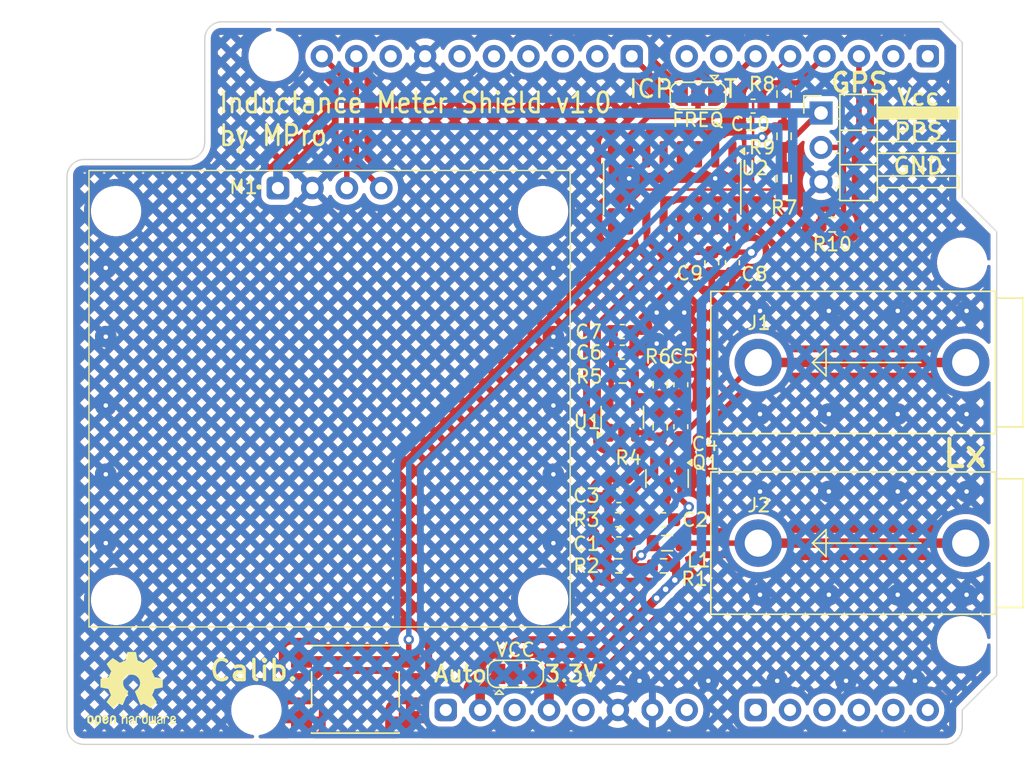
<source format=kicad_pcb>
(kicad_pcb (version 20241229) (generator "pcbnew") (generator_version "9.0")
  (title_block (title "Arduino Inductance Meter shield") (date "2025-04-17") (rev "1.0") (company "© 2025 MPro") (comment 1 "Designed by MPro") (comment 4 "Licensed under CERN-OHL-P v2 or any later version"))
  (layers (0 "F.Cu" signal) (2 "B.Cu" signal) (13 "F.Paste" user) (15 "B.Paste" user) (5 "F.SilkS" user "F.Silkscreen") (7 "B.SilkS" user "B.Silkscreen") (1 "F.Mask" user) (3 "B.Mask" user) (25 "Edge.Cuts" user))
  (net 0 "")
  (net 1 "GND")
  (net 8 "Net-(A1-D5)")
  (net 13 "SCL")
  (net 14 "CLRST")
  (net 15 "BTN")
  (net 21 "PPS")
  (net 22 "SDA")
  (net 25 "Net-(A1-D8)")
  (net 28 "Net-(J1-Pin_1)")
  (net 29 "Net-(U1-+)")
  (net 30 "Net-(U1--)")
  (net 31 "Net-(J2-Pin_1)")
  (net 32 "FREQ")
  (net 33 "Net-(R8-Pad2)")
  (net 34 "Net-(U2-CPC)")
  (net 43 "Net-(A1-3V3)")
  (net 44 "Net-(A1-IOREF)")
  (net 46 "VCC")
  (net 47 "Net-(Q1-B)")
  (net 48 "Net-(Q1-E)")
  (footprint "Package_TO_SOT_SMD:SOT-23-5" (layer "F.Cu") (at 111.764299 70.721299 90)
    (property "Reference" "U1" (at -0.347901 -2.595099 180) (layer "F.SilkS"))
    (property "Value" "LTC8741")
    (pad "1" smd roundrect (at -1.1375 -0.949999 90) (size 1.325 0.6) (layers "F.Cu" "F.Mask" "F.Paste") (net 34 "Net-(U2-CPC)"))
    (pad "2" smd roundrect (at -1.1375 0 90) (size 1.325 0.6) (layers "F.Cu" "F.Mask" "F.Paste") (net 1 "GND"))
    (pad "3" smd roundrect (at -1.1375 0.949999 90) (size 1.325 0.6) (layers "F.Cu" "F.Mask" "F.Paste") (net 29 "Net-(U1-+)"))
    (pad "4" smd roundrect (at 1.1375 0.949999 90) (size 1.325 0.6) (layers "F.Cu" "F.Mask" "F.Paste") (net 30 "Net-(U1--)"))
    (pad "5" smd roundrect (at 1.1375 -0.949999 90) (size 1.325 0.6) (layers "F.Cu" "F.Mask" "F.Paste") (net 46 "VCC"))
  )
  (footprint "footprints:Arduino_UNO_R3_WithMountingHoles_Profiled_no_SPI" (layer "F.Cu") (at 70.799286 44.067286)
    (property "Reference" "A1")
    (property "Value" "Arduino UNO R3 Shield")
    (fp_line (start 0 8.89) (end 0 49.53) (stroke (width 0.1)) (layer "Edge.Cuts"))
    (fp_line (start 1.27 50.8) (end 64.77 50.8) (stroke (width 0.1)) (layer "Edge.Cuts"))
    (fp_line (start 8.89 7.62) (end 1.27 7.62) (stroke (width 0.1)) (layer "Edge.Cuts"))
    (fp_line (start 10.16 -1.27) (end 10.16 3.81) (stroke (width 0.1)) (layer "Edge.Cuts"))
    (fp_line (start 10.16 3.81) (end 10.16 6.35) (stroke (width 0.1)) (layer "Edge.Cuts"))
    (fp_line (start 64.52 -2.54) (end 11.43 -2.54) (stroke (width 0.1)) (layer "Edge.Cuts"))
    (fp_line (start 66.04 -1.02) (end 64.52 -2.54) (stroke (width 0.1)) (layer "Edge.Cuts"))
    (fp_line (start 66.04 10.41) (end 66.04 -1.02) (stroke (width 0.1)) (layer "Edge.Cuts"))
    (fp_line (start 66.04 48.26) (end 68.58 45.72) (stroke (width 0.1)) (layer "Edge.Cuts"))
    (fp_line (start 66.04 49.53) (end 66.04 48.26) (stroke (width 0.1)) (layer "Edge.Cuts"))
    (fp_line (start 68.58 12.95) (end 66.04 10.41) (stroke (width 0.1)) (layer "Edge.Cuts"))
    (fp_line (start 68.58 45.72) (end 68.58 12.95) (stroke (width 0.1)) (layer "Edge.Cuts"))
    (fp_arc (start 0 8.89) (mid 0.371974 7.991974) (end 1.27 7.62) (stroke (width 0.1)) (layer "Edge.Cuts"))
    (fp_arc (start 1.27 50.8) (mid 0.371974 50.428026) (end 0 49.53) (stroke (width 0.1)) (layer "Edge.Cuts"))
    (fp_arc (start 10.16 -1.27) (mid 10.531974 -2.168026) (end 11.43 -2.54) (stroke (width 0.1)) (layer "Edge.Cuts"))
    (fp_arc (start 10.16 6.35) (mid 9.788026 7.248026) (end 8.89 7.62) (stroke (width 0.1)) (layer "Edge.Cuts"))
    (fp_arc (start 66.04 49.53) (mid 65.668026 50.428026) (end 64.77 50.8) (stroke (width 0.1)) (layer "Edge.Cuts"))
    (pad "" np_thru_hole circle (at 13.97 48.26 270) (size 3.2 3.2) (drill 3.2) (layers "*.Cu" "*.Mask"))
    (pad "" np_thru_hole circle (at 15.24 0 270) (size 3.2 3.2) (drill 3.2) (layers "*.Cu" "*.Mask"))
    (pad "" np_thru_hole circle (at 66.04 15.24 270) (size 3.2 3.2) (drill 3.2) (layers "*.Cu" "*.Mask"))
    (pad "" np_thru_hole circle (at 66.04 43.18 270) (size 3.2 3.2) (drill 3.2) (layers "*.Cu" "*.Mask"))
    (pad "1" thru_hole roundrect (at 27.94 48.26 270) (size 1.651 1.651) (drill 0.889) (layers "*.Cu" "*.Mask"))
    (pad "2" thru_hole circle (at 30.48 48.26 270) (size 1.651 1.651) (drill 0.889) (layers "*.Cu" "*.Mask") (net 44 "Net-(A1-IOREF)"))
    (pad "3" thru_hole circle (at 33.02 48.26 270) (size 1.651 1.651) (drill 0.889) (layers "*.Cu" "*.Mask"))
    (pad "4" thru_hole circle (at 35.56 48.26 270) (size 1.651 1.651) (drill 0.889) (layers "*.Cu" "*.Mask") (net 43 "Net-(A1-3V3)"))
    (pad "5" thru_hole circle (at 38.1 48.26 270) (size 1.651 1.651) (drill 0.889) (layers "*.Cu" "*.Mask"))
    (pad "6" thru_hole circle (at 40.64 48.26 270) (size 1.651 1.651) (drill 0.889) (layers "*.Cu" "*.Mask") (net 1 "GND"))
    (pad "7" thru_hole oval (at 43.18 48.26 270) (size 1.651 1.6) (drill 0.889) (layers "*.Cu" "*.Mask") (net 1 "GND"))
    (pad "8" thru_hole circle (at 45.72 48.26 270) (size 1.651 1.651) (drill 0.889) (layers "*.Cu" "*.Mask"))
    (pad "9" thru_hole roundrect (at 50.8 48.26 270) (size 1.651 1.651) (drill 0.889) (layers "*.Cu" "*.Mask"))
    (pad "10" thru_hole circle (at 53.34 48.26 270) (size 1.651 1.651) (drill 0.889) (layers "*.Cu" "*.Mask"))
    (pad "11" thru_hole circle (at 55.88 48.26 270) (size 1.651 1.651) (drill 0.889) (layers "*.Cu" "*.Mask"))
    (pad "12" thru_hole circle (at 58.42 48.26 270) (size 1.651 1.651) (drill 0.889) (layers "*.Cu" "*.Mask"))
    (pad "13" thru_hole circle (at 60.96 48.26 270) (size 1.651 1.651) (drill 0.889) (layers "*.Cu" "*.Mask"))
    (pad "14" thru_hole circle (at 63.5 48.26 270) (size 1.651 1.651) (drill 0.889) (layers "*.Cu" "*.Mask"))
    (pad "15" thru_hole roundrect (at 63.5 0 270) (size 1.651 1.651) (drill 0.889) (layers "*.Cu" "*.Mask"))
    (pad "16" thru_hole circle (at 60.96 0 270) (size 1.651 1.651) (drill 0.889) (layers "*.Cu" "*.Mask"))
    (pad "17" thru_hole circle (at 58.42 0 270) (size 1.651 1.651) (drill 0.889) (layers "*.Cu" "*.Mask") (net 21 "PPS"))
    (pad "18" thru_hole circle (at 55.88 0 270) (size 1.651 1.651) (drill 0.889) (layers "*.Cu" "*.Mask") (net 15 "BTN"))
    (pad "19" thru_hole circle (at 53.34 0 270) (size 1.651 1.651) (drill 0.889) (layers "*.Cu" "*.Mask") (net 14 "CLRST"))
    (pad "20" thru_hole circle (at 50.8 0 270) (size 1.651 1.651) (drill 0.889) (layers "*.Cu" "*.Mask") (net 8 "Net-(A1-D5)"))
    (pad "21" thru_hole circle (at 48.26 0 270) (size 1.651 1.651) (drill 0.889) (layers "*.Cu" "*.Mask"))
    (pad "22" thru_hole circle (at 45.72 0 270) (size 1.651 1.651) (drill 0.889) (layers "*.Cu" "*.Mask"))
    (pad "23" thru_hole roundrect (at 41.66 0 270) (size 1.651 1.651) (drill 0.889) (layers "*.Cu" "*.Mask") (net 25 "Net-(A1-D8)"))
    (pad "24" thru_hole circle (at 39.12 0 270) (size 1.651 1.651) (drill 0.889) (layers "*.Cu" "*.Mask"))
    (pad "25" thru_hole circle (at 36.58 0 270) (size 1.651 1.651) (drill 0.889) (layers "*.Cu" "*.Mask"))
    (pad "26" thru_hole circle (at 34.04 0 270) (size 1.651 1.651) (drill 0.889) (layers "*.Cu" "*.Mask"))
    (pad "27" thru_hole circle (at 31.5 0 270) (size 1.651 1.651) (drill 0.889) (layers "*.Cu" "*.Mask"))
    (pad "28" thru_hole circle (at 28.96 0 270) (size 1.651 1.651) (drill 0.889) (layers "*.Cu" "*.Mask"))
    (pad "29" thru_hole circle (at 26.42 0 270) (size 1.651 1.651) (drill 0.889) (layers "*.Cu" "*.Mask") (net 1 "GND"))
    (pad "30" thru_hole circle (at 23.88 0 270) (size 1.651 1.651) (drill 0.889) (layers "*.Cu" "*.Mask"))
    (pad "31" thru_hole circle (at 21.34 0 270) (size 1.651 1.651) (drill 0.889) (layers "*.Cu" "*.Mask") (net 22 "SDA"))
    (pad "32" thru_hole circle (at 18.8 0 270) (size 1.651 1.651) (drill 0.889) (layers "*.Cu" "*.Mask") (net 13 "SCL"))
  )
  (footprint "footprints:R_0603_1608Metric" (layer "F.Cu") (at 123.698 53.086 -90)
    (property "Reference" "R7" (at 2.159 0 180) (layer "F.SilkS"))
    (property "Value" "10k")
    (pad "1" smd roundrect (at -0.825 0 270) (size 0.8 0.95) (layers "F.Cu" "F.Mask" "F.Paste") (net 46 "VCC"))
    (pad "2" smd roundrect (at 0.825 0 270) (size 0.8 0.95) (layers "F.Cu" "F.Mask" "F.Paste") (net 14 "CLRST"))
  )
  (footprint "footprints:4mm_Banana_Socket_Deltron_571" (layer "F.Cu") (at 121.793 80.01)
    (property "Reference" "J2" (at 0.05 -2.794 0) (layer "F.SilkS"))
    (property "Value" "Lx" (hide yes))
    (pad "1" thru_hole circle (at 0 0) (size 3.5 3.5) (drill 2) (layers "*.Cu" "*.Mask") (net 31 "Net-(J2-Pin_1)"))
    (pad "1" thru_hole circle (at 15.3 0) (size 3.5 3.5) (drill 2) (layers "*.Cu" "*.Mask") (net 31 "Net-(J2-Pin_1)"))
  )
  (footprint "footprints:C_0603_1608Metric" (layer "F.Cu") (at 118.364001 59.309 -90)
    (property "Reference" "C9" (at 0.7874 1.625601 180) (layer "F.SilkS"))
    (property "Value" "100n")
    (pad "1" smd roundrect (at -0.775 0 270) (size 0.9 0.95) (layers "F.Cu" "F.Mask" "F.Paste") (net 46 "VCC"))
    (pad "2" smd roundrect (at 0.775 0 270) (size 0.9 0.95) (layers "F.Cu" "F.Mask" "F.Paste") (net 1 "GND"))
  )
  (footprint "footprints:C_0603_1608Metric" (layer "F.Cu") (at 111.76 64.389)
    (property "Reference" "C7" (at -2.4892 0.0254 0) (layer "F.SilkS"))
    (property "Value" "100n")
    (pad "1" smd roundrect (at -0.775 0) (size 0.9 0.95) (layers "F.Cu" "F.Mask" "F.Paste") (net 46 "VCC"))
    (pad "2" smd roundrect (at 0.775 0) (size 0.9 0.95) (layers "F.Cu" "F.Mask" "F.Paste") (net 1 "GND"))
  )
  (footprint "footprints:SolderJumper-3_P1.3mm_Open_RoundedPad1.0x1.5mm" (layer "F.Cu") (at 117.348 46.99 180)
    (property "Reference" "JP1")
    (property "Value" "FREQ" (at 0 -1.778 0) (layer "F.SilkS"))
    (pad "1" smd custom (at -1.3 0 180) (size 1 0.5) (layers "F.Cu" "F.Mask") (net 8 "Net-(A1-D5)") (options (clearance outline) (anchor rect)) (primitives (gr_circle (center 0 0.25) (end 0.5 0.25) (width 0) (fill yes)) (gr_circle (center 0 -0.25) (end 0.5 -0.25) (width 0) (fill yes)) (gr_poly (pts (xy 0.55 0.75) (xy 0 0.75) (xy 0 -0.75) (xy 0.55 -0.75)) (width 0) (fill yes))))
    (pad "2" smd rect (at 0 0 180) (size 1 1.5) (layers "F.Cu" "F.Mask") (net 32 "FREQ"))
    (pad "3" smd custom (at 1.3 0 180) (size 1 0.5) (layers "F.Cu" "F.Mask") (net 25 "Net-(A1-D8)") (options (clearance outline) (anchor rect)) (primitives (gr_circle (center 0 0.25) (end 0.5 0.25) (width 0) (fill yes)) (gr_circle (center 0 -0.25) (end 0.5 -0.25) (width 0) (fill yes)) (gr_poly (pts (xy 0 0.75) (xy -0.55 0.75) (xy -0.55 -0.75) (xy 0 -0.75)) (width 0) (fill yes))))
  )
  (footprint "footprints:C_0603_1608Metric" (layer "F.Cu") (at 111.5103 80.0608 180)
    (property "Reference" "C1" (at 2.3919 0 0) (layer "F.SilkS"))
    (property "Value" "100n")
    (pad "1" smd roundrect (at -0.775 0 180) (size 0.9 0.95) (layers "F.Cu" "F.Mask" "F.Paste") (net 47 "Net-(Q1-B)"))
    (pad "2" smd roundrect (at 0.775 0 180) (size 0.9 0.95) (layers "F.Cu" "F.Mask" "F.Paste") (net 1 "GND"))
  )
  (footprint "footprints:OSHW-Logo2_7.3x6mm_SilkScreen" (layer "F.Cu") (at 75.565 90.805)
    (property "Reference" "LOGO1")
    (property "Value" "Logo_Open_Hardware_Small")
  )
  (footprint "footprints:C_0603_1608Metric" (layer "F.Cu") (at 114.8123 78.2828 180)
    (property "Reference" "C2" (at -2.3325 0 0) (layer "F.SilkS"))
    (property "Value" "1n")
    (pad "1" smd roundrect (at -0.775 0 180) (size 0.9 0.95) (layers "F.Cu" "F.Mask" "F.Paste") (net 28 "Net-(J1-Pin_1)"))
    (pad "2" smd roundrect (at 0.775 0 180) (size 0.9 0.95) (layers "F.Cu" "F.Mask" "F.Paste") (net 48 "Net-(Q1-E)"))
  )
  (footprint "footprints:R_0603_1608Metric" (layer "F.Cu") (at 111.5103 78.2828 180)
    (property "Reference" "R3" (at 2.3919 0 0) (layer "F.SilkS"))
    (property "Value" "2k2")
    (pad "1" smd roundrect (at -0.825 0 180) (size 0.8 0.95) (layers "F.Cu" "F.Mask" "F.Paste") (net 48 "Net-(Q1-E)"))
    (pad "2" smd roundrect (at 0.825 0 180) (size 0.8 0.95) (layers "F.Cu" "F.Mask" "F.Paste") (net 1 "GND"))
  )
  (footprint "footprints:C_0603_1608Metric" (layer "F.Cu") (at 119.888 59.309 -90)
    (property "Reference" "C8" (at 0.8382 -1.6256 180) (layer "F.SilkS"))
    (property "Value" "10u")
    (pad "1" smd roundrect (at -0.775 0 270) (size 0.9 0.95) (layers "F.Cu" "F.Mask" "F.Paste") (net 46 "VCC"))
    (pad "2" smd roundrect (at 0.775 0 270) (size 0.9 0.95) (layers "F.Cu" "F.Mask" "F.Paste") (net 1 "GND"))
  )
  (footprint "footprints:C_0603_1608Metric" (layer "F.Cu") (at 111.5103 76.5048 180)
    (property "Reference" "C3" (at 2.3919 0 0) (layer "F.SilkS"))
    (property "Value" "1n")
    (pad "1" smd roundrect (at -0.775 0 180) (size 0.9 0.95) (layers "F.Cu" "F.Mask" "F.Paste") (net 48 "Net-(Q1-E)"))
    (pad "2" smd roundrect (at 0.775 0 180) (size 0.9 0.95) (layers "F.Cu" "F.Mask" "F.Paste") (net 1 "GND"))
  )
  (footprint "footprints:R_0603_1608Metric" (layer "F.Cu") (at 127.254 56.515 180)
    (property "Reference" "R10" (at 0 -1.43 0) (layer "F.SilkS"))
    (property "Value" "10k")
    (pad "1" smd roundrect (at -0.825 0 180) (size 0.8 0.95) (layers "F.Cu" "F.Mask" "F.Paste") (net 21 "PPS"))
    (pad "2" smd roundrect (at 0.825 0 180) (size 0.8 0.95) (layers "F.Cu" "F.Mask" "F.Paste") (net 1 "GND"))
  )
  (footprint "footprints:C_0603_1608Metric" (layer "F.Cu") (at 121.412 47.752 180)
    (property "Reference" "C10" (at 0.2032 -1.3208 0) (layer "F.SilkS"))
    (property "Value" "470n")
    (pad "1" smd roundrect (at -0.775 0 180) (size 0.9 0.95) (layers "F.Cu" "F.Mask" "F.Paste") (net 15 "BTN"))
    (pad "2" smd roundrect (at 0.775 0 180) (size 0.9 0.95) (layers "F.Cu" "F.Mask" "F.Paste") (net 1 "GND"))
  )
  (footprint "footprints:SolderJumper-3_P1.3mm_Bridged12_RoundedPad1.0x1.5mm" (layer "F.Cu") (at 103.886 89.662)
    (property "Reference" "JP2")
    (property "Value" "VCC" (at 0 -1.778 0) (layer "F.SilkS"))
    (fp_poly (pts (xy -0.9 -0.3) (xy -0.4 -0.3) (xy -0.4 0.3) (xy -0.9 0.3)) (fill yes) (layer "F.Cu"))
    (pad "1" smd custom (at -1.3 0) (size 1 0.5) (layers "F.Cu" "F.Mask") (net 44 "Net-(A1-IOREF)") (options (clearance outline) (anchor rect)) (primitives (gr_circle (center 0 0.25) (end 0.5 0.25) (width 0) (fill yes)) (gr_circle (center 0 -0.25) (end 0.5 -0.25) (width 0) (fill yes)) (gr_poly (pts (xy 0.55 0.75) (xy 0 0.75) (xy 0 -0.75) (xy 0.55 -0.75)) (width 0) (fill yes))))
    (pad "2" smd rect (at 0 0) (size 1 1.5) (layers "F.Cu" "F.Mask") (net 46 "VCC"))
    (pad "3" smd custom (at 1.3 0) (size 1 0.5) (layers "F.Cu" "F.Mask") (net 43 "Net-(A1-3V3)") (options (clearance outline) (anchor rect)) (primitives (gr_circle (center 0 0.25) (end 0.5 0.25) (width 0) (fill yes)) (gr_circle (center 0 -0.25) (end 0.5 -0.25) (width 0) (fill yes)) (gr_poly (pts (xy 0 0.75) (xy -0.55 0.75) (xy -0.55 -0.75) (xy 0 -0.75)) (width 0) (fill yes))))
  )
  (footprint "footprints:PinHeader_1x03_P2.54mm_Horizontal" (layer "F.Cu") (at 126.425 48.26)
    (property "Reference" "J3" (hide yes))
    (property "Value" "GPS" (at 2.8102 -2.2352 0) (layer "F.SilkS") (effects (font (size 1.4 1.4) (thickness 0.25) (bold yes))))
    (pad "1" thru_hole rect (at 0 0) (size 1.7 1.7) (drill 1) (layers "*.Cu" "*.Mask") (net 46 "VCC"))
    (pad "2" thru_hole circle (at 0 2.54) (size 1.7 1.7) (drill 1) (layers "*.Cu" "*.Mask") (net 21 "PPS"))
    (pad "3" thru_hole circle (at 0 5.08) (size 1.7 1.7) (drill 1) (layers "*.Cu" "*.Mask") (net 1 "GND"))
  )
  (footprint "footprints:L_0805_2012Metric" (layer "F.Cu") (at 115.0663 80.01 180)
    (property "Reference" "L1" (at -2.3325 -1.27 0) (layer "F.SilkS"))
    (property "Value" "1uH")
    (pad "1" smd roundrect (at -1.0625 0 180) (size 0.875 1.2) (layers "F.Cu" "F.Mask" "F.Paste") (net 31 "Net-(J2-Pin_1)"))
    (pad "2" smd roundrect (at 1.0625 0 180) (size 0.875 1.2) (layers "F.Cu" "F.Mask" "F.Paste") (net 46 "VCC"))
  )
  (footprint "footprints:R_0603_1608Metric" (layer "F.Cu") (at 114.8123 81.6864 180)
    (property "Reference" "R1" (at -2.2817 -0.9652 0) (layer "F.SilkS"))
    (property "Value" "10k")
    (pad "1" smd roundrect (at -0.825 0 180) (size 0.8 0.95) (layers "F.Cu" "F.Mask" "F.Paste") (net 46 "VCC"))
    (pad "2" smd roundrect (at 0.825 0 180) (size 0.8 0.95) (layers "F.Cu" "F.Mask" "F.Paste") (net 47 "Net-(Q1-B)"))
  )
  (footprint "footprints:R_0603_1608Metric" (layer "F.Cu") (at 114.558299 71.4126 90)
    (property "Reference" "R4" (at -2.2982 -2.341099 180) (layer "F.SilkS"))
    (property "Value" "100k")
    (pad "1" smd roundrect (at -0.825 0 90) (size 0.8 0.95) (layers "F.Cu" "F.Mask" "F.Paste") (net 29 "Net-(U1-+)"))
    (pad "2" smd roundrect (at 0.825 0 90) (size 0.8 0.95) (layers "F.Cu" "F.Mask" "F.Paste") (net 30 "Net-(U1--)"))
  )
  (footprint "footprints:SOIC-16_3.9x9.9mm_P1.27mm" (layer "F.Cu") (at 115.443 53.783 -90)
    (property "Reference" "U2" (at -1.459 -6.096 180) (layer "F.SilkS"))
    (property "Value" "74HC590")
    (pad "1" smd roundrect (at -2.475 -4.445 270) (size 1.95 0.6) (layers "F.Cu" "F.Mask" "F.Paste"))
    (pad "2" smd roundrect (at -2.475 -3.175 270) (size 1.95 0.6) (layers "F.Cu" "F.Mask" "F.Paste"))
    (pad "3" smd roundrect (at -2.475 -1.905 270) (size 1.95 0.6) (layers "F.Cu" "F.Mask" "F.Paste"))
    (pad "4" smd roundrect (at -2.475 -0.635 270) (size 1.95 0.6) (layers "F.Cu" "F.Mask" "F.Paste"))
    (pad "5" smd roundrect (at -2.475 0.635 270) (size 1.95 0.6) (layers "F.Cu" "F.Mask" "F.Paste"))
    (pad "6" smd roundrect (at -2.475 1.905 270) (size 1.95 0.6) (layers "F.Cu" "F.Mask" "F.Paste"))
    (pad "7" smd roundrect (at -2.475 3.175 270) (size 1.95 0.6) (layers "F.Cu" "F.Mask" "F.Paste") (net 32 "FREQ"))
    (pad "8" smd roundrect (at -2.475 4.445 270) (size 1.95 0.6) (layers "F.Cu" "F.Mask" "F.Paste") (net 1 "GND"))
    (pad "9" smd roundrect (at 2.475 4.445 270) (size 1.95 0.6) (layers "F.Cu" "F.Mask" "F.Paste"))
    (pad "10" smd roundrect (at 2.475 3.175 270) (size 1.95 0.6) (layers "F.Cu" "F.Mask" "F.Paste") (net 14 "CLRST"))
    (pad "11" smd roundrect (at 2.475 1.905 270) (size 1.95 0.6) (layers "F.Cu" "F.Mask" "F.Paste") (net 34 "Net-(U2-CPC)"))
    (pad "12" smd roundrect (at 2.475 0.635 270) (size 1.95 0.6) (layers "F.Cu" "F.Mask" "F.Paste") (net 1 "GND"))
    (pad "13" smd roundrect (at 2.475 -0.635 270) (size 1.95 0.6) (layers "F.Cu" "F.Mask" "F.Paste") (net 34 "Net-(U2-CPC)"))
    (pad "14" smd roundrect (at 2.475 -1.905 270) (size 1.95 0.6) (layers "F.Cu" "F.Mask" "F.Paste") (net 1 "GND"))
    (pad "15" smd roundrect (at 2.475 -3.175 270) (size 1.95 0.6) (layers "F.Cu" "F.Mask" "F.Paste"))
    (pad "16" smd roundrect (at 2.475 -4.445 270) (size 1.95 0.6) (layers "F.Cu" "F.Mask" "F.Paste") (net 46 "VCC"))
  )
  (footprint "footprints:LCD_OLED_128X64_1.3_I2C" (layer "F.Cu") (at 90.17 69.85)
    (property "Reference" "M1" (at -6.35 -16.129 0) (layer "F.SilkS"))
    (property "Value" "OLED 1.3\"")
    (pad "" np_thru_hole circle (at -15.75 -14.35) (size 3 3) (drill 3.2) (layers "*.Cu" "*.Mask"))
    (pad "" np_thru_hole circle (at -15.75 14.35) (size 3 3) (drill 3.2) (layers "*.Cu" "*.Mask"))
    (pad "" np_thru_hole circle (at 15.75 -14.35) (size 3 3) (drill 3.2) (layers "*.Cu" "*.Mask"))
    (pad "" np_thru_hole circle (at 15.75 14.35) (size 3 3) (drill 3.2) (layers "*.Cu" "*.Mask"))
    (pad "1" thru_hole roundrect (at -3.81 -16.05) (size 1.6764 1.6764) (drill 0.9) (layers "*.Cu" "*.Mask") (roundrect_rratio 0.2) (net 46 "VCC"))
    (pad "2" thru_hole circle (at -1.27 -16.05) (size 1.6764 1.6764) (drill 0.9) (layers "*.Cu" "*.Mask") (net 1 "GND"))
    (pad "3" thru_hole circle (at 1.27 -16.05) (size 1.6764 1.6764) (drill 0.9) (layers "*.Cu" "*.Mask") (net 13 "SCL"))
    (pad "4" thru_hole circle (at 3.81 -16.05) (size 1.6764 1.6764) (drill 0.9) (layers "*.Cu" "*.Mask") (net 22 "SDA"))
  )
  (footprint "footprints:SOT-23" (layer "F.Cu") (at 115.0663 75.2348 -90)
    (property "Reference" "Q1" (at -1.1684 -2.8405 180) (layer "F.SilkS"))
    (property "Value" "2SC3356")
    (pad "1" smd roundrect (at -0.9375 -0.95 270) (size 1.475 0.6) (layers "F.Cu" "F.Mask" "F.Paste") (net 47 "Net-(Q1-B)"))
    (pad "2" smd roundrect (at -0.9375 0.95 270) (size 1.475 0.6) (layers "F.Cu" "F.Mask" "F.Paste") (net 48 "Net-(Q1-E)"))
    (pad "3" smd roundrect (at 0.937501 0 270) (size 1.475 0.6) (layers "F.Cu" "F.Mask" "F.Paste") (net 28 "Net-(J1-Pin_1)"))
  )
  (footprint "footprints:R_0603_1608Metric" (layer "F.Cu") (at 111.5103 81.6864 180)
    (property "Reference" "R2" (at 2.3919 0 0) (layer "F.SilkS"))
    (property "Value" "10k")
    (pad "1" smd roundrect (at -0.825 0 180) (size 0.8 0.95) (layers "F.Cu" "F.Mask" "F.Paste") (net 47 "Net-(Q1-B)"))
    (pad "2" smd roundrect (at 0.825 0 180) (size 0.8 0.95) (layers "F.Cu" "F.Mask" "F.Paste") (net 1 "GND"))
  )
  (footprint "footprints:R_0603_1608Metric" (layer "F.Cu") (at 123.698 49.975 90)
    (property "Reference" "R9" (at -0.825 -1.6256 180) (layer "F.SilkS"))
    (property "Value" "10k")
    (pad "1" smd roundrect (at -0.825 0 90) (size 0.8 0.95) (layers "F.Cu" "F.Mask" "F.Paste") (net 46 "VCC"))
    (pad "2" smd roundrect (at 0.825 0 90) (size 0.8 0.95) (layers "F.Cu" "F.Mask" "F.Paste") (net 33 "Net-(R8-Pad2)"))
  )
  (footprint "footprints:SW_Push_1P1T_NO_6x6mm" (layer "F.Cu") (at 92.075 90.805)
    (property "Reference" "SW1")
    (property "Value" "Calib." (at -7.493 -1.397 0) (layer "F.SilkS") (effects (font (size 1.5 1.5) (thickness 0.25) (bold yes))))
    (pad "1" smd rect (at -3.975 -2.25) (size 1.55 1.3) (layers "F.Cu" "F.Mask" "F.Paste") (net 33 "Net-(R8-Pad2)"))
    (pad "1" smd rect (at 3.975 -2.25) (size 1.55 1.3) (layers "F.Cu" "F.Mask" "F.Paste") (net 33 "Net-(R8-Pad2)"))
    (pad "2" smd rect (at -3.975 2.25) (size 1.55 1.3) (layers "F.Cu" "F.Mask" "F.Paste") (net 1 "GND"))
    (pad "2" smd rect (at 3.975 2.25) (size 1.55 1.3) (layers "F.Cu" "F.Mask" "F.Paste") (net 1 "GND"))
  )
  (footprint "footprints:4mm_Banana_Socket_Deltron_571" (layer "F.Cu") (at 121.793 66.675)
    (property "Reference" "J1" (at 0.05 -2.921 0) (layer "F.SilkS"))
    (property "Value" "Lx" (at 15.24 6.731 0) (layer "F.SilkS") (effects (font (size 2 2) (thickness 0.3))))
    (pad "1" thru_hole circle (at 0 0) (size 3.5 3.5) (drill 2) (layers "*.Cu" "*.Mask") (net 28 "Net-(J1-Pin_1)"))
    (pad "1" thru_hole circle (at 15.3 0) (size 3.5 3.5) (drill 2) (layers "*.Cu" "*.Mask") (net 28 "Net-(J1-Pin_1)"))
  )
  (footprint "footprints:R_0603_1608Metric" (layer "F.Cu") (at 123.698 46.863 -90)
    (property "Reference" "R8" (at -0.7366 1.6256 180) (layer "F.SilkS"))
    (property "Value" "470")
    (pad "1" smd roundrect (at -0.825 0 270) (size 0.8 0.95) (layers "F.Cu" "F.Mask" "F.Paste") (net 15 "BTN"))
    (pad "2" smd roundrect (at 0.825 0 270) (size 0.8 0.95) (layers "F.Cu" "F.Mask" "F.Paste") (net 33 "Net-(R8-Pad2)"))
  )
  (footprint "footprints:R_0603_1608Metric" (layer "F.Cu") (at 111.764299 67.673299)
    (property "Reference" "R5" (at -2.442699 0.043101 0) (layer "F.SilkS"))
    (property "Value" "10k")
    (pad "1" smd roundrect (at -0.825 0) (size 0.8 0.95) (layers "F.Cu" "F.Mask" "F.Paste") (net 46 "VCC"))
    (pad "2" smd roundrect (at 0.825 0) (size 0.8 0.95) (layers "F.Cu" "F.Mask" "F.Paste") (net 30 "Net-(U1--)"))
  )
  (footprint "footprints:C_0603_1608Metric" (layer "F.Cu") (at 111.76 65.913)
    (property "Reference" "C6" (at -2.4384 0.0254 0) (layer "F.SilkS"))
    (property "Value" "10u")
    (pad "1" smd roundrect (at -0.775 0) (size 0.9 0.95) (layers "F.Cu" "F.Mask" "F.Paste") (net 46 "VCC"))
    (pad "2" smd roundrect (at 0.775 0) (size 0.9 0.95) (layers "F.Cu" "F.Mask" "F.Paste") (net 1 "GND"))
  )
  (footprint "footprints:C_0603_1608Metric" (layer "F.Cu") (at 116.082299 68.3138 90)
    (property "Reference" "C5" (at 2.0706 0.148101 180) (layer "F.SilkS"))
    (property "Value" "100n")
    (pad "1" smd roundrect (at -0.775 0 90) (size 0.9 0.95) (layers "F.Cu" "F.Mask" "F.Paste") (net 30 "Net-(U1--)"))
    (pad "2" smd roundrect (at 0.775 0 90) (size 0.9 0.95) (layers "F.Cu" "F.Mask" "F.Paste") (net 1 "GND"))
  )
  (footprint "footprints:R_0603_1608Metric" (layer "F.Cu") (at 114.5583 68.3138 90)
    (property "Reference" "R6" (at 2.0706 -0.1567 180) (layer "F.SilkS"))
    (property "Value" "10k")
    (pad "1" smd roundrect (at -0.825 0 90) (size 0.8 0.95) (layers "F.Cu" "F.Mask" "F.Paste") (net 30 "Net-(U1--)"))
    (pad "2" smd roundrect (at 0.825 0 90) (size 0.8 0.95) (layers "F.Cu" "F.Mask" "F.Paste") (net 1 "GND"))
  )
  (footprint "footprints:C_0603_1608Metric" (layer "F.Cu") (at 116.082299 71.4126 90)
    (property "Reference" "C4" (at -1.2822 1.773701 180) (layer "F.SilkS"))
    (property "Value" "1n")
    (pad "1" smd roundrect (at -0.775 0 90) (size 0.9 0.95) (layers "F.Cu" "F.Mask" "F.Paste") (net 28 "Net-(J1-Pin_1)"))
    (pad "2" smd roundrect (at 0.775 0 90) (size 0.9 0.95) (layers "F.Cu" "F.Mask" "F.Paste") (net 29 "Net-(U1-+)"))
  )
  (gr_text "Auto" (at 101.9048 89.662 0) (layer "F.SilkS") (effects (font (size 1.2 1.2) (thickness 0.2) (bold yes)) (justify right)))
  (gr_text "3.3V" (at 105.918 89.662 0) (layer "F.SilkS") (effects (font (size 1.2 1.2) (thickness 0.2) (bold yes)) (justify left)))
  (gr_text "GND" (at 133.604 52.1716 0) (layer "F.SilkS") (effects (font (size 1.2 1.2) (thickness 0.2) (bold yes))))
  (gr_text "Vcc" (at 133.604 47.0916 0) (layer "F.SilkS") (effects (font (size 1.2 1.2) (thickness 0.2) (bold yes))))
  (gr_text "PPS" (at 133.604 49.6316 0) (layer "F.SilkS") (effects (font (size 1.2 1.2) (thickness 0.2) (bold yes))))
  (gr_text "Inductance Meter Shield v${REVISION}\nby MPro" (at 81.915 50.8 0) (layer "F.SilkS") (effects (font (size 1.5 1.3) (thickness 0.2)) (justify left bottom)))
  (gr_text "T" (at 119.126 47.244 0) (layer "F.SilkS") (effects (font (size 1.3 1.3) (thickness 0.1875)) (justify left bottom)))
  (gr_text "ICP" (at 112.141 47.244 0) (layer "F.SilkS") (effects (font (size 1.3 1.3) (thickness 0.1875)) (justify left bottom)))
  (via (at 118.11 90.17) (size 0.5588) (drill 0.3302) (layers "F.Cu" "B.Cu") (net 1))
  (via (at 114.3 65.278) (size 0.5588) (drill 0.3302) (layers "F.Cu" "B.Cu") (net 1))
  (via (at 137.16 83.82) (size 0.5588) (drill 0.3302) (layers "F.Cu" "B.Cu") (net 1))
  (via (at 112.268 53.086) (size 0.5588) (drill 0.3302) (layers "F.Cu" "B.Cu") (net 1))
  (via (at 73.66 69.85) (size 0.5588) (drill 0.3302) (layers "F.Cu" "B.Cu") (net 1))
  (via (at 121.92 70.485) (size 0.5588) (drill 0.3302) (layers "F.Cu" "B.Cu") (net 1))
  (via (at 127 76.2) (size 0.5588) (drill 0.3302) (layers "F.Cu" "B.Cu") (net 1))
  (via (at 106.68 74.93) (size 0.5588) (drill 0.3302) (layers "F.Cu" "B.Cu") (net 1))
  (via (at 127 70.485) (size 0.5588) (drill 0.3302) (layers "F.Cu" "B.Cu") (net 1))
  (via (at 121.92 76.2) (size 0.5588) (drill 0.3302) (layers "F.Cu" "B.Cu") (net 1))
  (via (at 127 62.865) (size 0.5588) (drill 0.3302) (layers "F.Cu" "B.Cu") (net 1))
  (via (at 106.68 59.69) (size 0.5588) (drill 0.3302) (layers "F.Cu" "B.Cu") (net 1))
  (via (at 132.08 62.865) (size 0.5588) (drill 0.3302) (layers "F.Cu" "B.Cu") (net 1))
  (via (at 106.68 64.77) (size 0.5588) (drill 0.3302) (layers "F.Cu" "B.Cu") (net 1))
  (via (at 132.08 83.82) (size 0.5588) (drill 0.3302) (layers "F.Cu" "B.Cu") (net 1))
  (via (at 137.16 70.485) (size 0.5588) (drill 0.3302) (layers "F.Cu" "B.Cu") (net 1))
  (via (at 106.68 80.01) (size 0.5588) (drill 0.3302) (layers "F.Cu" "B.Cu") (net 1))
  (via (at 116.332 65.278) (size 0.5588) (drill 0.3302) (layers "F.Cu" "B.Cu") (net 1))
  (via (at 73.66 64.77) (size 0.5588) (drill 0.3302) (layers "F.Cu" "B.Cu") (net 1))
  (via (at 121.92 62.865) (size 0.5588) (drill 0.3302) (layers "F.Cu" "B.Cu") (net 1))
  (via (at 132.08 76.2) (size 0.5588) (drill 0.3302) (layers "F.Cu" "B.Cu") (net 1))
  (via (at 73.66 59.69) (size 0.5588) (drill 0.3302) (layers "F.Cu" "B.Cu") (net 1))
  (via (at 106.68 69.85) (size 0.5588) (drill 0.3302) (layers "F.Cu" "B.Cu") (net 1))
  (via (at 132.08 70.485) (size 0.5588) (drill 0.3302) (layers "F.Cu" "B.Cu") (net 1))
  (via (at 133.35 90.17) (size 0.5588) (drill 0.3302) (layers "F.Cu" "B.Cu") (net 1))
  (via (at 121.92 83.82) (size 0.5588) (drill 0.3302) (layers "F.Cu" "B.Cu") (net 1))
  (via (at 127 83.82) (size 0.5588) (drill 0.3302) (layers "F.Cu" "B.Cu") (net 1))
  (via (at 128.27 90.17) (size 0.5588) (drill 0.3302) (layers "F.Cu" "B.Cu") (net 1))
  (via (at 123.19 90.17) (size 0.5588) (drill 0.3302) (layers "F.Cu" "B.Cu") (net 1))
  (via (at 137.16 62.865) (size 0.5588) (drill 0.3302) (layers "F.Cu" "B.Cu") (net 1))
  (via (at 116.332 62.992) (size 0.5588) (drill 0.3302) (layers "F.Cu" "B.Cu") (net 1))
  (via (at 73.66 74.93) (size 0.5588) (drill 0.3302) (layers "F.Cu" "B.Cu") (net 1))
  (via (at 113.03 90.17) (size 0.5588) (drill 0.3302) (layers "F.Cu" "B.Cu") (net 1))
  (via (at 114.3 62.992) (size 0.5588) (drill 0.3302) (layers "F.Cu" "B.Cu") (net 1))
  (via (at 137.16 76.2) (size 0.5588) (drill 0.3302) (layers "F.Cu" "B.Cu") (net 1))
  (via (at 73.66 80.01) (size 0.5588) (drill 0.3302) (layers "F.Cu" "B.Cu") (net 1))
  (via (at 118.618 53.086) (size 0.5588) (drill 0.3302) (layers "F.Cu" "B.Cu") (net 1))
  (segment (start 118.648 46.96) (end 118.648 46.99) (width 0.4064) (layer "F.Cu") (net 8))
  (segment (start 121.540714 44.067286) (end 118.648 46.96) (width 0.4064) (layer "F.Cu") (net 8))
  (segment (start 121.599286 44.067286) (end 121.540714 44.067286) (width 0.4064) (layer "F.Cu") (net 8))
  (segment (start 91.44 45.908) (end 89.599286 44.067286) (width 0.4064) (layer "F.Cu") (net 13))
  (segment (start 91.44 53.8) (end 91.44 45.908) (width 0.4064) (layer "F.Cu") (net 13))
  (segment (start 121.412 46.794572) (end 121.412 53.911) (width 0.1778) (layer "F.Cu") (net 14))
  (segment (start 123.698 53.911) (end 121.412 53.911) (width 0.1778) (layer "F.Cu") (net 14))
  (segment (start 112.268 54.991) (end 112.268 56.258) (width 0.1778) (layer "F.Cu") (net 14))
  (segment (start 121.412 53.911) (end 113.348 53.911) (width 0.1778) (layer "F.Cu") (net 14))
  (segment (start 124.139286 44.067286) (end 121.412 46.794572) (width 0.1778) (layer "F.Cu") (net 14))
  (segment (start 113.348 53.911) (end 112.268 54.991) (width 0.1778) (layer "F.Cu") (net 14))
  (segment (start 122.872 46.038) (end 122.187 46.723) (width 0.4064) (layer "F.Cu") (net 15))
  (segment (start 124.708572 46.038) (end 126.679286 44.067286) (width 0.4064) (layer "F.Cu") (net 15))
  (segment (start 123.698 46.038) (end 122.872 46.038) (width 0.4064) (layer "F.Cu") (net 15))
  (segment (start 123.698 46.038) (end 124.708572 46.038) (width 0.4064) (layer "F.Cu") (net 15))
  (segment (start 122.187 46.723) (end 122.187 47.752) (width 0.4064) (layer "F.Cu") (net 15))
  (segment (start 128.079 50.8) (end 126.425 50.8) (width 0.4064) (layer "F.Cu") (net 21))
  (segment (start 128.079 56.515) (end 128.079 50.8) (width 0.4064) (layer "F.Cu") (net 21))
  (segment (start 128.0922 50.8) (end 128.079 50.8) (width 0.4064) (layer "F.Cu") (net 21))
  (segment (start 129.219286 49.672914) (end 128.0922 50.8) (width 0.4064) (layer "F.Cu") (net 21))
  (segment (start 129.219286 44.067286) (end 129.219286 49.672914) (width 0.4064) (layer "F.Cu") (net 21))
  (segment (start 93.98 53.8) (end 92.139286 51.959286) (width 0.4064) (layer "F.Cu") (net 22))
  (segment (start 92.139286 51.959286) (end 92.139286 44.067286) (width 0.4064) (layer "F.Cu") (net 22))
  (segment (start 112.459286 44.067286) (end 115.382 46.99) (width 0.4064) (layer "F.Cu") (net 25))
  (segment (start 115.382 46.99) (end 116.048 46.99) (width 0.4064) (layer "F.Cu") (net 25))
  (segment (start 137.093 66.675) (end 121.793 66.675) (width 0.700024) (layer "F.Cu") (net 28))
  (segment (start 116.082299 72.1876) (end 116.082299 72.182501) (width 0.4064) (layer "F.Cu") (net 28))
  (segment (start 115.0663 73.203599) (end 116.082299 72.1876) (width 0.4064) (layer "F.Cu") (net 28))
  (segment (start 115.0663 77.7618) (end 115.5873 78.2828) (width 0.4064) (layer "F.Cu") (net 28))
  (segment (start 115.0663 76.172301) (end 115.0663 73.203599) (width 0.4064) (layer "F.Cu") (net 28))
  (segment (start 116.082299 72.182501) (end 121.5898 66.675) (width 0.4064) (layer "F.Cu") (net 28))
  (segment (start 115.0663 76.172301) (end 115.0663 77.7618) (width 0.4064) (layer "F.Cu") (net 28))
  (segment (start 121.5898 66.675) (end 121.793 66.675) (width 0.4064) (layer "F.Cu") (net 28))
  (segment (start 113.7412 72.2376) (end 114.558299 72.2376) (width 0.4064) (layer "F.Cu") (net 29))
  (segment (start 112.714298 71.858799) (end 112.716497 71.8566) (width 0.4064) (layer "F.Cu") (net 29))
  (segment (start 114.558299 72.2376) (end 114.558299 72.1616) (width 0.4064) (layer "F.Cu") (net 29))
  (segment (start 112.716497 71.8566) (end 113.3602 71.8566) (width 0.4064) (layer "F.Cu") (net 29))
  (segment (start 113.3602 71.8566) (end 113.7412 72.2376) (width 0.4064) (layer "F.Cu") (net 29))
  (segment (start 114.558299 72.1616) (end 116.082299 70.6376) (width 0.4064) (layer "F.Cu") (net 29))
  (segment (start 112.714298 69.3166) (end 112.714298 69.583799) (width 0.4064) (layer "F.Cu") (net 30))
  (segment (start 114.5583 69.1388) (end 112.892098 69.1388) (width 0.4064) (layer "F.Cu") (net 30))
  (segment (start 114.558299 70.5876) (end 114.5583 69.1388) (width 0.4064) (layer "F.Cu") (net 30))
  (segment (start 112.589299 68.520299) (end 112.589299 67.673299) (width 0.4064) (layer "F.Cu") (net 30))
  (segment (start 112.892098 69.1388) (end 112.714298 69.3166) (width 0.4064) (layer "F.Cu") (net 30))
  (segment (start 112.714298 69.583799) (end 112.714298 68.645298) (width 0.4064) (layer "F.Cu") (net 30))
  (segment (start 114.6083 69.0888) (end 114.5583 69.1388) (width 0.4064) (layer "F.Cu") (net 30))
  (segment (start 116.082299 69.0888) (end 114.6083 69.0888) (width 0.4064) (layer "F.Cu") (net 30))
  (segment (start 112.714298 68.645298) (end 112.589299 68.520299) (width 0.4064) (layer "F.Cu") (net 30))
  (segment (start 121.793 80.01) (end 137.093 80.01) (width 0.700024) (layer "F.Cu") (net 31))
  (segment (start 121.7887 80.0143) (end 121.793 80.01) (width 0.4064) (layer "F.Cu") (net 31))
  (segment (start 116.1288 80.01) (end 121.793 80.01) (width 0.4064) (layer "F.Cu") (net 31))
  (segment (start 113.685501 48.514) (end 116.84 48.514) (width 0.4064) (layer "F.Cu") (net 32))
  (segment (start 117.348 48.006) (end 117.348 46.99) (width 0.4064) (layer "F.Cu") (net 32))
  (segment (start 112.268 51.308) (end 112.268 49.931501) (width 0.4064) (layer "F.Cu") (net 32))
  (segment (start 116.84 48.514) (end 117.348 48.006) (width 0.4064) (layer "F.Cu") (net 32))
  (segment (start 112.268 49.931501) (end 113.685501 48.514) (width 0.4064) (layer "F.Cu") (net 32))
  (segment (start 96.012 87.122) (end 96.012 88.517) (width 0.4064) (layer "F.Cu") (net 33))
  (segment (start 96.012 88.517) (end 96.05 88.555) (width 0.4064) (layer "F.Cu") (net 33))
  (segment (start 122.9699 49.15) (end 122.0819 50.038) (width 0.4064) (layer "F.Cu") (net 33))
  (segment (start 123.698 49.15) (end 122.9699 49.15) (width 0.4064) (layer "F.Cu") (net 33))
  (segment (start 88.1 88.555) (end 96.05 88.555) (width 0.4064) (layer "F.Cu") (net 33))
  (segment (start 123.698 47.688) (end 123.698 49.15) (width 0.4064) (layer "F.Cu") (net 33))
  (via (at 96.012 87.122) (size 0.762) (drill 0.4064) (layers "F.Cu" "B.Cu") (net 33))
  (via (at 122.0819 50.038) (size 0.762) (drill 0.4064) (layers "F.Cu" "B.Cu") (net 33))
  (segment (start 96.012 74.168) (end 96.012 87.122) (width 0.4064) (layer "B.Cu") (net 33))
  (segment (start 122.0819 50.038) (end 120.142 50.038) (width 0.4064) (layer "B.Cu") (net 33))
  (segment (start 120.142 50.038) (end 96.012 74.168) (width 0.4064) (layer "B.Cu") (net 33))
  (segment (start 110.8143 71.4443) (end 109.982 70.612) (width 0.4064) (layer "F.Cu") (net 34))
  (segment (start 109.982 70.612) (end 109.982 63.8175) (width 0.4064) (layer "F.Cu") (net 34))
  (segment (start 114.83975 58.95975) (end 113.538 57.658) (width 0.4064) (layer "F.Cu") (net 34))
  (segment (start 113.538 57.658) (end 113.538 56.258) (width 0.4064) (layer "F.Cu") (net 34))
  (segment (start 109.982 63.8175) (end 116.078 57.7215) (width 0.4064) (layer "F.Cu") (net 34))
  (segment (start 110.8143 71.858799) (end 110.8143 71.4443) (width 0.4064) (layer "F.Cu") (net 34))
  (segment (start 116.078 57.7215) (end 116.078 56.258) (width 0.4064) (layer "F.Cu") (net 34))
  (segment (start 106.359286 90.835286) (end 105.186 89.662) (width 0.700024) (layer "F.Cu") (net 43))
  (segment (start 106.359286 92.327286) (end 106.359286 90.835286) (width 0.700024) (layer "F.Cu") (net 43))
  (segment (start 101.279286 90.968714) (end 102.586 89.662) (width 0.700024) (layer "F.Cu") (net 44))
  (segment (start 101.279286 92.327286) (end 101.279286 90.968714) (width 0.700024) (layer "F.Cu") (net 44))
  (segment (start 119.888 58.534) (end 121.272 58.534) (width 0.4064) (layer "F.Cu") (net 46))
  (segment (start 115.6416 81.6478) (end 115.6416 81.6821) (width 0.4064) (layer "F.Cu") (net 46))
  (segment (start 110.985 65.913) (end 110.985 67.627598) (width 0.4064) (layer "F.Cu") (net 46))
  (segment (start 110.939299 68.455001) (end 110.939299 67.673299) (width 0.4064) (layer "F.Cu") (net 46))
  (segment (start 115.6373 81.6864) (end 115.6373 82.7367) (width 0.4064) (layer "F.Cu") (net 46))
  (segment (start 115.6416 81.6821) (end 115.6373 81.6864) (width 0.4064) (layer "F.Cu") (net 46))
  (segment (start 126.425 48.26) (end 126.238 48.26) (width 0.4064) (layer "F.Cu") (net 46))
  (segment (start 103.886 88.646) (end 103.886 89.662) (width 0.700024) (layer "F.Cu") (net 46))
  (segment (start 123.698 50.8) (end 123.698 52.261) (width 0.4064) (layer "F.Cu") (net 46))
  (segment (start 110.8143 68.58) (end 110.939299 68.455001) (width 0.4064) (layer "F.Cu") (net 46))
  (segment (start 110.8143 69.583799) (end 110.8143 68.58) (width 0.4064) (layer "F.Cu") (net 46))
  (segment (start 110.985 64.389) (end 110.985 65.913) (width 0.4064) (layer "F.Cu") (net 46))
  (segment (start 110.998 64.389) (end 110.985 64.389) (width 0.4064) (layer "F.Cu") (net 46))
  (segment (start 119.888 56.258) (end 119.888 58.534) (width 0.4064) (layer "F.Cu") (net 46))
  (segment (start 126.362 48.197) (end 126.425 48.26) (width 0.4064) (layer "F.Cu") (net 46))
  (segment (start 115.6373 82.7367) (end 110.236 88.138) (width 0.700024) (layer "F.Cu") (net 46))
  (segment (start 110.236 88.138) (end 104.394 88.138) (width 0.700024) (layer "F.Cu") (net 46))
  (segment (start 126.238 48.26) (end 123.698 50.8) (width 0.4064) (layer "F.Cu") (net 46))
  (segment (start 118.364001 58.534) (end 116.853 58.534) (width 0.4064) (layer "F.Cu") (net 46))
  (segment (start 104.394 88.138) (end 103.886 88.646) (width 0.700024) (layer "F.Cu") (net 46))
  (segment (start 121.272 58.534) (end 121.285 58.547) (width 0.4064) (layer "F.Cu") (net 46))
  (segment (start 114.0038 80.01) (end 115.6416 81.6478) (width 0.4064) (layer "F.Cu") (net 46))
  (segment (start 119.888 58.534) (end 118.364001 58.534) (width 0.4064) (layer "F.Cu") (net 46))
  (segment (start 116.853 58.534) (end 110.998 64.389) (width 0.4064) (layer "F.Cu") (net 46))
  (segment (start 110.985 67.627598) (end 110.939299 67.673299) (width 0.4064) (layer "F.Cu") (net 46))
  (via (at 114.3 84.074) (size 0.762) (drill 0.4064) (layers "F.Cu" "B.Cu") (net 46))
  (via (at 115.6373 82.7367) (size 0.762) (drill 0.4064) (layers "F.Cu" "B.Cu") (net 46))
  (via (at 114.9604 83.4136) (size 0.762) (drill 0.4064) (layers "F.Cu" "B.Cu") (net 46))
  (via (at 121.285 58.547) (size 0.889) (drill 0.508) (layers "F.Cu" "B.Cu") (net 46))
  (segment (start 114.9604 83.4136) (end 115.6373 82.7367) (width 0.700024) (layer "B.Cu") (net 46))
  (segment (start 117.602 80.772) (end 117.602 62.23) (width 0.700024) (layer "B.Cu") (net 46))
  (segment (start 90.297 48.26) (end 86.36 52.197) (width 0.700024) (layer "B.Cu") (net 46))
  (segment (start 124.333 55.499) (end 124.333 48.26) (width 0.700024) (layer "B.Cu") (net 46))
  (segment (start 121.285 58.547) (end 124.333 55.499) (width 0.700024) (layer "B.Cu") (net 46))
  (segment (start 86.36 52.197) (end 86.36 53.8) (width 0.700024) (layer "B.Cu") (net 46))
  (segment (start 117.602 62.23) (end 121.285 58.547) (width 0.700024) (layer "B.Cu") (net 46))
  (segment (start 126.425 48.26) (end 90.297 48.26) (width 0.700024) (layer "B.Cu") (net 46))
  (segment (start 114.3 84.074) (end 114.9604 83.4136) (width 0.700024) (layer "B.Cu") (net 46))
  (segment (start 115.6373 82.7367) (end 117.602 80.772) (width 0.700024) (layer "B.Cu") (net 46))
  (segment (start 112.3353 81.6864) (end 112.3353 80.1108) (width 0.4064) (layer "F.Cu") (net 47))
  (segment (start 116.0163 76.688312) (end 116.670988 77.343) (width 0.4064) (layer "F.Cu") (net 47))
  (segment (start 116.0163 74.2973) (end 116.0163 76.688312) (width 0.4064) (layer "F.Cu") (net 47))
  (segment (start 113.157 80.899) (end 113.1227 80.899) (width 0.4064) (layer "F.Cu") (net 47))
  (segment (start 112.3353 80.1108) (end 112.2853 80.0608) (width 0.4064) (layer "F.Cu") (net 47))
  (segment (start 113.1227 80.899) (end 112.3353 81.6864) (width 0.4064) (layer "F.Cu") (net 47))
  (segment (start 113.9873 81.6864) (end 112.3353 81.6864) (width 0.4064) (layer "F.Cu") (net 47))
  (via (at 113.157 80.899) (size 0.762) (drill 0.4064) (layers "F.Cu" "B.Cu") (net 47))
  (via (at 116.670988 77.343) (size 0.762) (drill 0.4064) (layers "F.Cu" "B.Cu") (net 47))
  (segment (start 116.670988 77.343) (end 116.670988 77.385012) (width 0.4064) (layer "B.Cu") (net 47))
  (segment (start 116.670988 77.385012) (end 113.157 80.899) (width 0.4064) (layer "B.Cu") (net 47))
  (segment (start 112.3353 76.5548) (end 112.2853 76.5048) (width 0.4064) (layer "F.Cu") (net 48))
  (segment (start 114.0373 78.2828) (end 112.3353 78.2828) (width 0.4064) (layer "F.Cu") (net 48))
  (segment (start 112.3353 78.2828) (end 112.3353 76.5548) (width 0.4064) (layer "F.Cu") (net 48))
  (segment (start 114.1163 74.6738) (end 112.2853 76.5048) (width 0.4064) (layer "F.Cu") (net 48))
  (segment (start 114.1163 74.2973) (end 114.1163 74.6738) (width 0.4064) (layer "F.Cu") (net 48))
  (zone (net 0) (net_name "") (layer "F.Cu") (connect_pads (clearance 0)) (min_thickness 0.25)
    (keepout (tracks allowed) (vias allowed) (pads allowed) (copperpour not_allowed) (footprints allowed))
    (fill (mode hatch) (thermal_gap 0.5) (thermal_bridge_width 0.5) (hatch_thickness 0.508) (hatch_gap 0.508) (hatch_orientation 45) (hatch_border_algorithm hatch_thickness) (hatch_min_hole_area 0.3))
    (polygon (pts (xy 114.3 57.15) (xy 115.316 57.15) (xy 115.316 57.912) (xy 114.3 57.912)))
  )
  (zone (net 0) (net_name "") (layer "F.Cu") (connect_pads (clearance 0)) (min_thickness 0.25)
    (keepout (tracks allowed) (vias allowed) (pads allowed) (copperpour not_allowed) (footprints allowed))
    (fill (thermal_gap 0.5) (thermal_bridge_width 0.5))
    (polygon (pts (xy 111.252 71.374) (xy 112.268 71.374) (xy 112.268 70.612) (xy 111.252 70.612)))
  )
  (zone (net 1) (net_name "GND") (layers "F.Cu" "B.Cu") (connect_pads (clearance 0.4)) (min_thickness 0.25) (fill yes (mode hatch) (thermal_gap 0.5) (thermal_bridge_width 0.5) (hatch_thickness 0.508) (hatch_gap 0.508) (hatch_orientation 45) (hatch_border_algorithm hatch_thickness) (hatch_min_hole_area 0.3))
    (polygon (pts (xy 80.772 41.402) (xy 137.16 41.402) (xy 137.16 54.61) (xy 139.7 57.15) (xy 139.7 89.916) (xy 137.16 92.456) (xy 137.16 94.996) (xy 70.612 94.996) (xy 70.612 51.562) (xy 79.756 51.562) (xy 80.772 50.8)))
  )
)
</source>
